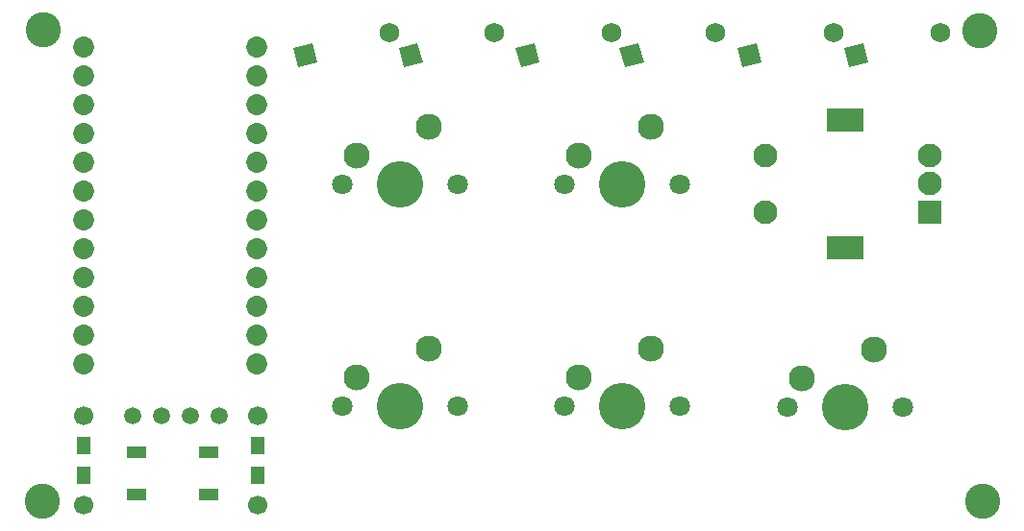
<source format=gbr>
%TF.GenerationSoftware,KiCad,Pcbnew,(5.1.6)-1*%
%TF.CreationDate,2020-10-14T18:33:49+03:00*%
%TF.ProjectId,aplx6.rev2,61706c78-362e-4726-9576-322e6b696361,rev?*%
%TF.SameCoordinates,Original*%
%TF.FileFunction,Soldermask,Bot*%
%TF.FilePolarity,Negative*%
%FSLAX46Y46*%
G04 Gerber Fmt 4.6, Leading zero omitted, Abs format (unit mm)*
G04 Created by KiCad (PCBNEW (5.1.6)-1) date 2020-10-14 18:33:49*
%MOMM*%
%LPD*%
G01*
G04 APERTURE LIST*
%ADD10C,1.852600*%
%ADD11C,1.800000*%
%ADD12C,4.100000*%
%ADD13C,2.300000*%
%ADD14C,0.100000*%
%ADD15C,1.751000*%
%ADD16C,2.100000*%
%ADD17R,3.300000X2.100000*%
%ADD18R,2.100000X2.100000*%
%ADD19R,1.800000X1.100000*%
%ADD20C,1.497000*%
%ADD21R,1.300000X1.600000*%
%ADD22C,1.700000*%
%ADD23C,3.100000*%
G04 APERTURE END LIST*
D10*
%TO.C,U1*%
X125730000Y-62970000D03*
X125730000Y-65510000D03*
X125730000Y-68050000D03*
X125730000Y-70590000D03*
X125730000Y-73130000D03*
X125730000Y-75670000D03*
X125730000Y-78210000D03*
X125730000Y-80750000D03*
X125730000Y-83290000D03*
X125730000Y-85830000D03*
X125730000Y-88370000D03*
X110490000Y-90910000D03*
X110490000Y-88370000D03*
X110490000Y-85830000D03*
X110490000Y-83290000D03*
X110490000Y-80750000D03*
X110490000Y-78210000D03*
X110490000Y-75670000D03*
X110490000Y-73130000D03*
X110490000Y-70590000D03*
X110490000Y-68050000D03*
X110490000Y-65510000D03*
X125730000Y-90910000D03*
X110490000Y-62970000D03*
%TD*%
D11*
%TO.C,SW3*%
X163040000Y-75080000D03*
X152880000Y-75080000D03*
D12*
X157960000Y-75080000D03*
D13*
X154150000Y-72540000D03*
X160500000Y-70000000D03*
%TD*%
D11*
%TO.C,SW1*%
X143440000Y-75080000D03*
X133280000Y-75080000D03*
D12*
X138360000Y-75080000D03*
D13*
X134550000Y-72540000D03*
X140900000Y-70000000D03*
%TD*%
D14*
%TO.C,D3*%
G36*
X139938895Y-62663837D02*
G01*
X140392087Y-64355173D01*
X138700751Y-64808365D01*
X138247559Y-63117029D01*
X139938895Y-62663837D01*
G37*
D15*
X146680177Y-61763899D03*
%TD*%
D14*
%TO.C,D5*%
G36*
X150238895Y-62651837D02*
G01*
X150692087Y-64343173D01*
X149000751Y-64796365D01*
X148547559Y-63105029D01*
X150238895Y-62651837D01*
G37*
D15*
X156980177Y-61751899D03*
%TD*%
D14*
%TO.C,D2*%
G36*
X159387784Y-62651837D02*
G01*
X159840976Y-64343173D01*
X158149640Y-64796365D01*
X157696448Y-63105029D01*
X159387784Y-62651837D01*
G37*
D15*
X166129066Y-61751899D03*
%TD*%
D14*
%TO.C,D4*%
G36*
X169788895Y-62651837D02*
G01*
X170242087Y-64343173D01*
X168550751Y-64796365D01*
X168097559Y-63105029D01*
X169788895Y-62651837D01*
G37*
D15*
X176530177Y-61751899D03*
%TD*%
D14*
%TO.C,D6*%
G36*
X179183895Y-62651837D02*
G01*
X179637087Y-64343173D01*
X177945751Y-64796365D01*
X177492559Y-63105029D01*
X179183895Y-62651837D01*
G37*
D15*
X185925177Y-61751899D03*
%TD*%
D14*
%TO.C,D1*%
G36*
X130669895Y-62651837D02*
G01*
X131123087Y-64343173D01*
X129431751Y-64796365D01*
X128978559Y-63105029D01*
X130669895Y-62651837D01*
G37*
D15*
X137411177Y-61751899D03*
%TD*%
D16*
%TO.C,SW5*%
X170546000Y-72557000D03*
X170546000Y-77557000D03*
D17*
X177546000Y-69457000D03*
X177546000Y-80657000D03*
D16*
X185046000Y-72557000D03*
X185046000Y-75057000D03*
D18*
X185046000Y-77557000D03*
%TD*%
D11*
%TO.C,SW6*%
X182640000Y-94780000D03*
X172480000Y-94780000D03*
D12*
X177560000Y-94780000D03*
D13*
X173750000Y-92240000D03*
X180100000Y-89700000D03*
%TD*%
D11*
%TO.C,SW2*%
X143440000Y-94680000D03*
X133280000Y-94680000D03*
D12*
X138360000Y-94680000D03*
D13*
X134550000Y-92140000D03*
X140900000Y-89600000D03*
%TD*%
D11*
%TO.C,SW4*%
X163040000Y-94680000D03*
X152880000Y-94680000D03*
D12*
X157960000Y-94680000D03*
D13*
X154150000Y-92140000D03*
X160500000Y-89600000D03*
%TD*%
D19*
%TO.C,SW7*%
X115214000Y-102484000D03*
X121514000Y-102484000D03*
X115214000Y-98684000D03*
X121514000Y-98684000D03*
%TD*%
D20*
%TO.C,J1*%
X122428000Y-95504000D03*
X119888000Y-95504000D03*
X117348000Y-95504000D03*
X114808000Y-95504000D03*
%TD*%
D21*
%TO.C,R1*%
X125857000Y-100791000D03*
X125857000Y-98091000D03*
D22*
X125857000Y-103341000D03*
X125857000Y-95541000D03*
%TD*%
%TO.C,R2*%
X110490000Y-95541000D03*
X110490000Y-103341000D03*
D21*
X110490000Y-98091000D03*
X110490000Y-100791000D03*
%TD*%
D23*
%TO.C,U4*%
X189650000Y-103000000D03*
%TD*%
%TO.C,U4*%
X189450000Y-61550000D03*
%TD*%
%TO.C,U4*%
X106850000Y-103000000D03*
%TD*%
%TO.C,U4*%
X106950000Y-61500000D03*
%TD*%
M02*

</source>
